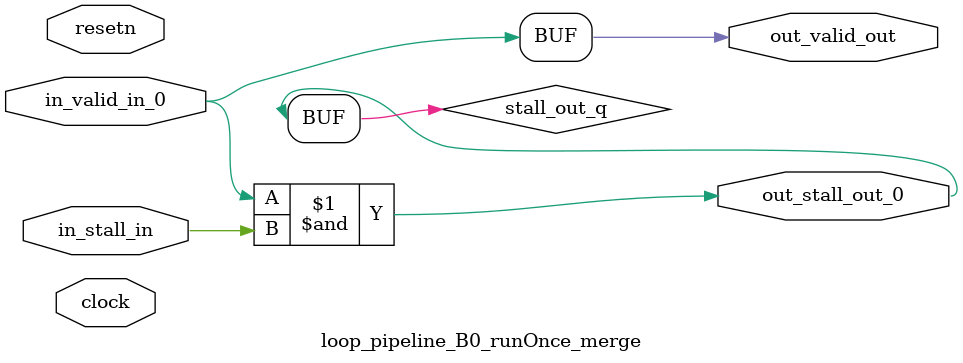
<source format=sv>



(* altera_attribute = "-name AUTO_SHIFT_REGISTER_RECOGNITION OFF; -name MESSAGE_DISABLE 10036; -name MESSAGE_DISABLE 10037; -name MESSAGE_DISABLE 14130; -name MESSAGE_DISABLE 14320; -name MESSAGE_DISABLE 15400; -name MESSAGE_DISABLE 14130; -name MESSAGE_DISABLE 10036; -name MESSAGE_DISABLE 12020; -name MESSAGE_DISABLE 12030; -name MESSAGE_DISABLE 12010; -name MESSAGE_DISABLE 12110; -name MESSAGE_DISABLE 14320; -name MESSAGE_DISABLE 13410; -name MESSAGE_DISABLE 113007; -name MESSAGE_DISABLE 10958" *)
module loop_pipeline_B0_runOnce_merge (
    input wire [0:0] in_stall_in,
    input wire [0:0] in_valid_in_0,
    output wire [0:0] out_stall_out_0,
    output wire [0:0] out_valid_out,
    input wire clock,
    input wire resetn
    );

    wire [0:0] stall_out_q;


    // stall_out(LOGICAL,6)
    assign stall_out_q = in_valid_in_0 & in_stall_in;

    // out_stall_out_0(GPOUT,4)
    assign out_stall_out_0 = stall_out_q;

    // out_valid_out(GPOUT,5)
    assign out_valid_out = in_valid_in_0;

endmodule

</source>
